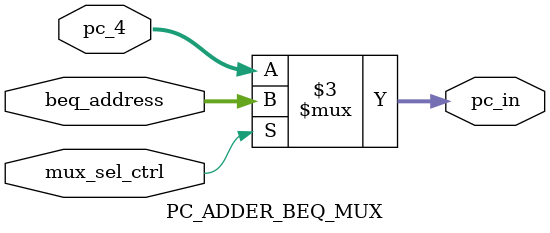
<source format=v>
module PC_ADDER_BEQ_MUX (
  pc_in,
  beq_address,
  pc_4,
  mux_sel_ctrl
  );
  
  input [31:0] beq_address;
  input [31:0] pc_4;
  input mux_sel_ctrl;
  output reg [31:0] pc_in;
  
  always @(*)
  
  begin
    if(mux_sel_ctrl)
      pc_in = beq_address;
    else
      pc_in = pc_4;
  end
  
endmodule

</source>
